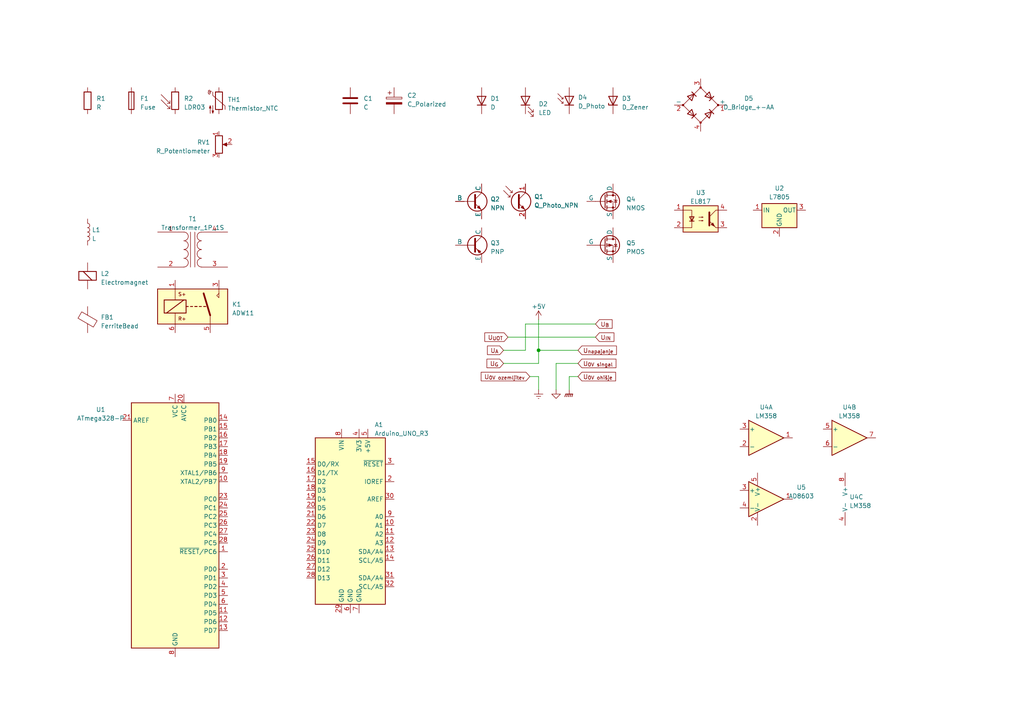
<source format=kicad_sch>
(kicad_sch (version 20230121) (generator eeschema)
  (paper "A4")
  (lib_symbols
    (symbol "Amplifier_Operational:AD8603" (pin_names (offset 0.127))
      (property "Reference" "U" (at 0 5.08 0))
      (property "Value" "AD8603" (at 0 -5.08 0))
      (symbol "AD8603_0_1"
        (polyline (pts (xy -5.08 5.08) (xy 5.08 0) (xy -5.08 -5.08) (xy -5.08 5.08)) (stroke (width 0.254)) (fill (type background)))
        (pin power_in line (at -2.54 -7.62 90) (length 3.81) (name "V-") (number "2"))
        (pin power_in line (at -2.54 7.62 270) (length 3.81) (name "V+") (number "5"))
      )
      (symbol "AD8603_1_1"
        (pin output line (at 7.62 0 180) (length 2.54) (name "~") (number "1"))
        (pin input line (at -7.62 2.54 0) (length 2.54) (name "+") (number "3"))
        (pin input line (at -7.62 -2.54 0) (length 2.54) (name "-") (number "4"))
      )
    )
    (symbol "Amplifier_Operational:LM358" (pin_names (offset 0.127))
      (property "Reference" "U" (at 0 5.08 0))
      (property "Value" "LM358" (at 0 -5.08 0))
      (symbol "LM358_1_1"
        (polyline (pts (xy -5.08 5.08) (xy 5.08 0) (xy -5.08 -5.08) (xy -5.08 5.08)) (stroke (width 0.254)) (fill (type background)))
        (pin output line (at 7.62 0 180) (length 2.54) (name "~") (number "1"))
        (pin input line (at -7.62 -2.54 0) (length 2.54) (name "-") (number "2"))
        (pin input line (at -7.62 2.54 0) (length 2.54) (name "+") (number "3"))
      )
      (symbol "LM358_2_1"
        (polyline (pts (xy -5.08 5.08) (xy 5.08 0) (xy -5.08 -5.08) (xy -5.08 5.08)) (stroke (width 0.254)) (fill (type background)))
        (pin input line (at -7.62 2.54 0) (length 2.54) (name "+") (number "5"))
        (pin input line (at -7.62 -2.54 0) (length 2.54) (name "-") (number "6"))
        (pin output line (at 7.62 0 180) (length 2.54) (name "~") (number "7"))
      )
      (symbol "LM358_3_1"
        (pin power_in line (at -2.54 -7.62 90) (length 3.81) (name "V-") (number "4"))
        (pin power_in line (at -2.54 7.62 270) (length 3.81) (name "V+") (number "8"))
      )
    )
    (symbol "Device:C" (pin_numbers hide) (pin_names (offset 0.254))
      (property "Reference" "C" (at 0.635 2.54 0))
      (property "Value" "C" (at 0.635 -2.54 0))
      (symbol "C_0_1"
        (polyline (pts (xy -2.032 -0.762) (xy 2.032 -0.762)) (stroke (width 0.508)))
        (polyline (pts (xy -2.032 0.762) (xy 2.032 0.762)) (stroke (width 0.508)))
      )
      (symbol "C_1_1"
        (pin passive line (at 0 3.81 270) (length 2.794) (name "~") (number "1"))
        (pin passive line (at 0 -3.81 90) (length 2.794) (name "~") (number "2"))
      )
    )
    (symbol "Device:C_Polarized" (pin_numbers hide) (pin_names (offset 0.254))
      (property "Reference" "C" (at 0.635 2.54 0))
      (property "Value" "C_Polarized" (at 0.635 -2.54 0))
      (symbol "C_Polarized_0_1"
        (rectangle (start -2.286 0.508) (end 2.286 1.016))
        (polyline (pts (xy -1.778 2.286) (xy -0.762 2.286)))
        (polyline (pts (xy -1.27 2.794) (xy -1.27 1.778)))
        (rectangle (start 2.286 -0.508) (end -2.286 -1.016) (fill (type outline)))
      )
      (symbol "C_Polarized_1_1"
        (pin passive line (at 0 3.81 270) (length 2.794) (name "~") (number "1"))
        (pin passive line (at 0 -3.81 90) (length 2.794) (name "~") (number "2"))
      )
    )
    (symbol "Device:D" (pin_numbers hide) (pin_names (offset 1.016) hide)
      (property "Reference" "D" (at 0 2.54 0))
      (property "Value" "D" (at 0 -2.54 0))
      (symbol "D_0_1"
        (polyline (pts (xy -1.27 1.27) (xy -1.27 -1.27)) (stroke (width 0.254)))
        (polyline (pts (xy 1.27 0) (xy -1.27 0)))
        (polyline (pts (xy 1.27 1.27) (xy 1.27 -1.27) (xy -1.27 0) (xy 1.27 1.27)) (stroke (width 0.254)))
      )
      (symbol "D_1_1"
        (pin passive line (at -3.81 0 0) (length 2.54) (name "K") (number "1"))
        (pin passive line (at 3.81 0 180) (length 2.54) (name "A") (number "2"))
      )
    )
    (symbol "Device:D_Bridge_+-AA" (pin_names (offset 0))
      (property "Reference" "D" (at 2.54 6.985 0))
      (property "Value" "D_Bridge_+-AA" (at 2.54 5.08 0))
      (symbol "D_Bridge_+-AA_0_1"
        (circle (center -5.08 0) (radius 0.254) (fill (type outline)))
        (circle (center 0 -5.08) (radius 0.254) (fill (type outline)))
        (polyline (pts (xy -2.54 3.81) (xy -1.27 2.54)) (stroke (width 0.254)))
        (polyline (pts (xy -1.27 -2.54) (xy -2.54 -3.81)) (stroke (width 0.254)))
        (polyline (pts (xy 2.54 -1.27) (xy 3.81 -2.54)) (stroke (width 0.254)))
        (polyline (pts (xy 2.54 1.27) (xy 3.81 2.54)) (stroke (width 0.254)))
        (polyline (pts (xy -3.81 2.54) (xy -2.54 1.27) (xy -1.905 3.175) (xy -3.81 2.54)) (stroke (width 0.254)))
        (polyline (pts (xy -2.54 -1.27) (xy -3.81 -2.54) (xy -1.905 -3.175) (xy -2.54 -1.27)) (stroke (width 0.254)))
        (polyline (pts (xy 1.27 2.54) (xy 2.54 3.81) (xy 3.175 1.905) (xy 1.27 2.54)) (stroke (width 0.254)))
        (polyline (pts (xy 3.175 -1.905) (xy 1.27 -2.54) (xy 2.54 -3.81) (xy 3.175 -1.905)) (stroke (width 0.254)))
        (polyline (pts (xy -5.08 0) (xy 0 -5.08) (xy 5.08 0) (xy 0 5.08) (xy -5.08 0)))
        (circle (center 0 5.08) (radius 0.254) (fill (type outline)))
        (circle (center 5.08 0) (radius 0.254) (fill (type outline)))
      )
      (symbol "D_Bridge_+-AA_1_1"
        (pin passive line (at 7.62 0 180) (length 2.54) (name "+") (number "1"))
        (pin passive line (at -7.62 0 0) (length 2.54) (name "-") (number "2"))
        (pin passive line (at 0 7.62 270) (length 2.54) (name "~") (number "3"))
        (pin passive line (at 0 -7.62 90) (length 2.54) (name "~") (number "4"))
      )
    )
    (symbol "Device:D_Photo" (pin_numbers hide) (pin_names hide)
      (property "Reference" "D" (at 0.508 1.778 0))
      (property "Value" "D_Photo" (at -1.016 -2.794 0))
      (symbol "D_Photo_0_1"
        (polyline (pts (xy -2.54 1.27) (xy -2.54 -1.27)) (stroke (width 0.254)))
        (polyline (pts (xy -2.032 1.778) (xy -1.524 1.778)))
        (polyline (pts (xy 0 0) (xy -2.54 0)))
        (polyline (pts (xy -0.508 3.302) (xy -2.032 1.778) (xy -2.032 2.286)))
        (polyline (pts (xy 0 -1.27) (xy 0 1.27) (xy -2.54 0) (xy 0 -1.27)) (stroke (width 0.254)))
        (polyline (pts (xy 0.762 3.302) (xy -0.762 1.778) (xy -0.762 2.286) (xy -0.762 1.778) (xy -0.254 1.778)))
      )
      (symbol "D_Photo_1_1"
        (pin passive line (at -5.08 0 0) (length 2.54) (name "K") (number "1"))
        (pin passive line (at 2.54 0 180) (length 2.54) (name "A") (number "2"))
      )
    )
    (symbol "Device:D_Zener" (pin_numbers hide) (pin_names (offset 1.016) hide)
      (property "Reference" "D" (at 0 2.54 0))
      (property "Value" "D_Zener" (at 0 -2.54 0))
      (symbol "D_Zener_0_1"
        (polyline (pts (xy 1.27 0) (xy -1.27 0)))
        (polyline (pts (xy -1.27 -1.27) (xy -1.27 1.27) (xy -0.762 1.27)) (stroke (width 0.254)))
        (polyline (pts (xy 1.27 -1.27) (xy 1.27 1.27) (xy -1.27 0) (xy 1.27 -1.27)) (stroke (width 0.254)))
      )
      (symbol "D_Zener_1_1"
        (pin passive line (at -3.81 0 0) (length 2.54) (name "K") (number "1"))
        (pin passive line (at 3.81 0 180) (length 2.54) (name "A") (number "2"))
      )
    )
    (symbol "Device:ElectromagneticActor" (pin_numbers hide) (pin_names (offset 0.0254) hide)
      (property "Reference" "L" (at 1.27 3.81 0))
      (property "Value" "ElectromagneticActor" (at 1.27 -1.27 0))
      (symbol "ElectromagneticActor_0_1"
        (rectangle (start -2.54 2.54) (end 2.54 0) (stroke (width 0.254)))
        (polyline (pts (xy -1.27 2.54) (xy 1.27 0)) (stroke (width 0.254)))
      )
      (symbol "ElectromagneticActor_1_1"
        (pin passive line (at 0 5.08 270) (length 2.54) (name "-") (number "1"))
        (pin passive line (at 0 -2.54 90) (length 2.54) (name "+") (number "2"))
      )
    )
    (symbol "Device:FerriteBead" (pin_numbers hide) (pin_names (offset 0))
      (property "Reference" "FB" (at -3.81 0.635 90))
      (property "Value" "FerriteBead" (at 3.81 0 90))
      (symbol "FerriteBead_0_1"
        (polyline (pts (xy 0 -1.27) (xy 0 -1.2192)))
        (polyline (pts (xy 0 1.27) (xy 0 1.2954)))
        (polyline (pts (xy -2.7686 0.4064) (xy -1.7018 2.2606) (xy 2.7686 -0.3048) (xy 1.6764 -2.159) (xy -2.7686 0.4064)))
      )
      (symbol "FerriteBead_1_1"
        (pin passive line (at 0 3.81 270) (length 2.54) (name "~") (number "1"))
        (pin passive line (at 0 -3.81 90) (length 2.54) (name "~") (number "2"))
      )
    )
    (symbol "Device:Fuse" (pin_numbers hide) (pin_names (offset 0))
      (property "Reference" "F" (at 2.032 0 90))
      (property "Value" "Fuse" (at -1.905 0 90))
      (symbol "Fuse_0_1"
        (rectangle (start -0.762 -2.54) (end 0.762 2.54) (stroke (width 0.254)))
        (polyline (pts (xy 0 2.54) (xy 0 -2.54)))
      )
      (symbol "Fuse_1_1"
        (pin passive line (at 0 3.81 270) (length 1.27) (name "~") (number "1"))
        (pin passive line (at 0 -3.81 90) (length 1.27) (name "~") (number "2"))
      )
    )
    (symbol "Device:L" (pin_numbers hide) (pin_names (offset 1.016) hide)
      (property "Reference" "L" (at -1.27 0 90))
      (property "Value" "L" (at 1.905 0 90))
      (symbol "L_0_1"
        (arc (start 0 -2.54) (mid 0.6323 -1.905) (end 0 -1.27))
        (arc (start 0 -1.27) (mid 0.6323 -0.635) (end 0 0))
        (arc (start 0 0) (mid 0.6323 0.635) (end 0 1.27))
        (arc (start 0 1.27) (mid 0.6323 1.905) (end 0 2.54))
      )
      (symbol "L_1_1"
        (pin passive line (at 0 3.81 270) (length 1.27) (name "1") (number "1"))
        (pin passive line (at 0 -3.81 90) (length 1.27) (name "2") (number "2"))
      )
    )
    (symbol "Device:LED" (pin_numbers hide) (pin_names (offset 1.016) hide)
      (property "Reference" "D" (at 0 2.54 0))
      (property "Value" "LED" (at 0 -2.54 0))
      (symbol "LED_0_1"
        (polyline (pts (xy -1.27 -1.27) (xy -1.27 1.27)) (stroke (width 0.254)))
        (polyline (pts (xy -1.27 0) (xy 1.27 0)))
        (polyline (pts (xy 1.27 -1.27) (xy 1.27 1.27) (xy -1.27 0) (xy 1.27 -1.27)) (stroke (width 0.254)))
        (polyline (pts (xy -3.048 -0.762) (xy -4.572 -2.286) (xy -3.81 -2.286) (xy -4.572 -2.286) (xy -4.572 -1.524)))
        (polyline (pts (xy -1.778 -0.762) (xy -3.302 -2.286) (xy -2.54 -2.286) (xy -3.302 -2.286) (xy -3.302 -1.524)))
      )
      (symbol "LED_1_1"
        (pin passive line (at -3.81 0 0) (length 2.54) (name "K") (number "1"))
        (pin passive line (at 3.81 0 180) (length 2.54) (name "A") (number "2"))
      )
    )
    (symbol "Device:Q_Photo_NPN" (pin_names (offset 0) hide)
      (property "Reference" "Q" (at 5.08 1.27 0))
      (property "Value" "Q_Photo_NPN" (at 5.08 -1.27 0))
      (symbol "Q_Photo_NPN_0_1"
        (polyline (pts (xy -1.905 1.27) (xy -2.54 1.27)))
        (polyline (pts (xy -1.27 2.54) (xy -1.905 2.54)))
        (polyline (pts (xy 0.635 0.635) (xy 2.54 2.54)))
        (polyline (pts (xy -3.81 3.175) (xy -1.905 1.27) (xy -1.905 1.905)))
        (polyline (pts (xy -3.175 4.445) (xy -1.27 2.54) (xy -1.27 3.175)))
        (polyline (pts (xy 0.635 -0.635) (xy 2.54 -2.54) (xy 2.54 -2.54)))
        (polyline (pts (xy 0.635 1.905) (xy 0.635 -1.905) (xy 0.635 -1.905)) (stroke (width 0.508)))
        (polyline (pts (xy 1.27 -1.778) (xy 1.778 -1.27) (xy 2.286 -2.286) (xy 1.27 -1.778) (xy 1.27 -1.778)) (fill (type outline)))
        (circle (center 1.27 0) (radius 2.8194) (stroke (width 0.254)))
      )
      (symbol "Q_Photo_NPN_1_1"
        (pin passive line (at 2.54 5.08 270) (length 2.54) (name "C") (number "1"))
        (pin passive line (at 2.54 -5.08 90) (length 2.54) (name "E") (number "2"))
      )
    )
    (symbol "Device:R" (pin_numbers hide) (pin_names (offset 0))
      (property "Reference" "R" (at 2.032 0 90))
      (property "Value" "R" (at 0 0 90))
      (symbol "R_0_1"
        (rectangle (start -1.016 -2.54) (end 1.016 2.54) (stroke (width 0.254)))
      )
      (symbol "R_1_1"
        (pin passive line (at 0 3.81 270) (length 1.27) (name "~") (number "1"))
        (pin passive line (at 0 -3.81 90) (length 1.27) (name "~") (number "2"))
      )
    )
    (symbol "Device:R_Potentiometer" (pin_names (offset 1.016) hide)
      (property "Reference" "RV" (at -4.445 0 90))
      (property "Value" "R_Potentiometer" (at -2.54 0 90))
      (symbol "R_Potentiometer_0_1"
        (polyline (pts (xy 2.54 0) (xy 1.524 0)))
        (polyline (pts (xy 1.143 0) (xy 2.286 0.508) (xy 2.286 -0.508) (xy 1.143 0)) (fill (type outline)))
        (rectangle (start 1.016 2.54) (end -1.016 -2.54) (stroke (width 0.254)))
      )
      (symbol "R_Potentiometer_1_1"
        (pin passive line (at 0 3.81 270) (length 1.27) (name "1") (number "1"))
        (pin passive line (at 3.81 0 180) (length 1.27) (name "2") (number "2"))
        (pin passive line (at 0 -3.81 90) (length 1.27) (name "3") (number "3"))
      )
    )
    (symbol "Device:Thermistor_NTC" (pin_numbers hide) (pin_names (offset 0))
      (property "Reference" "TH" (at -4.445 0 90))
      (property "Value" "Thermistor_NTC" (at 3.175 0 90))
      (symbol "Thermistor_NTC_0_1"
        (arc (start -3.048 2.159) (mid -3.0495 2.3143) (end -3.175 2.413))
        (arc (start -3.048 2.159) (mid -2.9736 1.9794) (end -2.794 1.905))
        (arc (start -3.048 2.794) (mid -2.9736 2.6144) (end -2.794 2.54))
        (arc (start -2.794 1.905) (mid -2.6144 1.9794) (end -2.54 2.159))
        (arc (start -2.794 2.54) (mid -2.4393 2.5587) (end -2.159 2.794))
        (arc (start -2.794 3.048) (mid -2.9736 2.9736) (end -3.048 2.794))
        (arc (start -2.54 2.794) (mid -2.6144 2.9736) (end -2.794 3.048))
        (rectangle (start -1.016 2.54) (end 1.016 -2.54) (stroke (width 0.254)))
        (polyline (pts (xy -2.54 2.159) (xy -2.54 2.794)))
        (polyline (pts (xy -1.778 2.54) (xy -1.778 1.524) (xy 1.778 -1.524) (xy 1.778 -2.54)))
        (polyline (pts (xy -2.54 -3.683) (xy -2.54 -1.397) (xy -2.794 -2.159) (xy -2.286 -2.159) (xy -2.54 -1.397) (xy -2.54 -1.651)) (fill (type outline)))
        (polyline (pts (xy -1.778 -1.397) (xy -1.778 -3.683) (xy -2.032 -2.921) (xy -1.524 -2.921) (xy -1.778 -3.683) (xy -1.778 -3.429)) (fill (type outline)))
      )
      (symbol "Thermistor_NTC_1_1"
        (pin passive line (at 0 3.81 270) (length 1.27) (name "~") (number "1"))
        (pin passive line (at 0 -3.81 90) (length 1.27) (name "~") (number "2"))
      )
    )
    (symbol "Device:Transformer_1P_1S" (pin_names (offset 1.016) hide)
      (property "Reference" "T" (at 0 6.35 0))
      (property "Value" "Transformer_1P_1S" (at 0 -7.62 0))
      (symbol "Transformer_1P_1S_0_1"
        (arc (start -2.54 -5.0546) (mid -1.6599 -4.6901) (end -1.27 -3.81))
        (arc (start -2.54 -2.5146) (mid -1.6599 -2.1501) (end -1.27 -1.27))
        (arc (start -2.54 0.0254) (mid -1.6599 0.3899) (end -1.27 1.27))
        (arc (start -2.54 2.5654) (mid -1.6599 2.9299) (end -1.27 3.81))
        (arc (start -1.27 -3.81) (mid -1.642 -2.912) (end -2.54 -2.54))
        (arc (start -1.27 -1.27) (mid -1.642 -0.372) (end -2.54 0))
        (arc (start -1.27 1.27) (mid -1.642 2.168) (end -2.54 2.54))
        (arc (start -1.27 3.81) (mid -1.642 4.708) (end -2.54 5.08))
        (polyline (pts (xy -0.635 5.08) (xy -0.635 -5.08)))
        (polyline (pts (xy 0.635 -5.08) (xy 0.635 5.08)))
        (arc (start 1.2954 -1.27) (mid 1.6599 -2.1501) (end 2.54 -2.5146))
        (arc (start 1.2954 1.27) (mid 1.6599 0.3899) (end 2.54 0.0254))
        (arc (start 1.2954 3.81) (mid 1.6599 2.9299) (end 2.54 2.5654))
        (arc (start 1.3208 -3.81) (mid 1.6853 -4.6901) (end 2.5654 -5.0546))
        (arc (start 2.54 0) (mid 1.642 -0.372) (end 1.2954 -1.27))
        (arc (start 2.54 2.54) (mid 1.642 2.168) (end 1.2954 1.27))
        (arc (start 2.54 5.08) (mid 1.642 4.708) (end 1.2954 3.81))
        (arc (start 2.5654 -2.54) (mid 1.6674 -2.912) (end 1.3208 -3.81))
      )
      (symbol "Transformer_1P_1S_1_1"
        (pin passive line (at -10.16 5.08 0) (length 7.62) (name "AA") (number "1"))
        (pin passive line (at -10.16 -5.08 0) (length 7.62) (name "AB") (number "2"))
        (pin passive line (at 10.16 -5.08 180) (length 7.62) (name "SA") (number "3"))
        (pin passive line (at 10.16 5.08 180) (length 7.62) (name "SB") (number "4"))
      )
    )
    (symbol "Isolator:EL817" (pin_names (offset 1.016))
      (property "Reference" "U" (at -5.08 5.08 0))
      (property "Value" "EL817" (at 0 5.08 0))
      (symbol "EL817_0_1"
        (rectangle (start -5.08 3.81) (end 5.08 -3.81) (stroke (width 0.254)) (fill (type background)))
        (polyline (pts (xy -3.175 -0.635) (xy -1.905 -0.635)) (stroke (width 0.254)))
        (polyline (pts (xy 2.54 0.635) (xy 4.445 2.54)))
        (polyline (pts (xy 4.445 -2.54) (xy 2.54 -0.635)) (fill (type outline)))
        (polyline (pts (xy 4.445 -2.54) (xy 5.08 -2.54)))
        (polyline (pts (xy 4.445 2.54) (xy 5.08 2.54)))
        (polyline (pts (xy -5.08 2.54) (xy -2.54 2.54) (xy -2.54 -0.635)))
        (polyline (pts (xy -2.54 -0.635) (xy -2.54 -2.54) (xy -5.08 -2.54)))
        (polyline (pts (xy 2.54 1.905) (xy 2.54 -1.905) (xy 2.54 -1.905)) (stroke (width 0.508)))
        (polyline (pts (xy -2.54 -0.635) (xy -3.175 0.635) (xy -1.905 0.635) (xy -2.54 -0.635)) (stroke (width 0.254)))
        (polyline (pts (xy -0.508 -0.508) (xy 0.762 -0.508) (xy 0.381 -0.635) (xy 0.381 -0.381) (xy 0.762 -0.508)))
        (polyline (pts (xy -0.508 0.508) (xy 0.762 0.508) (xy 0.381 0.381) (xy 0.381 0.635) (xy 0.762 0.508)))
        (polyline (pts (xy 3.048 -1.651) (xy 3.556 -1.143) (xy 4.064 -2.159) (xy 3.048 -1.651) (xy 3.048 -1.651)) (fill (type outline)))
      )
      (symbol "EL817_1_1"
        (pin passive line (at -7.62 2.54 0) (length 2.54) (name "~") (number "1"))
        (pin passive line (at -7.62 -2.54 0) (length 2.54) (name "~") (number "2"))
        (pin passive line (at 7.62 -2.54 180) (length 2.54) (name "~") (number "3"))
        (pin passive line (at 7.62 2.54 180) (length 2.54) (name "~") (number "4"))
      )
    )
    (symbol "MCU_Microchip_ATmega:ATmega328-P"
      (property "Reference" "U" (at -12.7 36.83 0))
      (property "Value" "ATmega328-P" (at 2.54 -36.83 0))
      (symbol "ATmega328-P_0_1"
        (rectangle (start -12.7 -35.56) (end 12.7 35.56) (stroke (width 0.254)) (fill (type background)))
      )
      (symbol "ATmega328-P_1_1"
        (pin bidirectional line (at 15.24 -7.62 180) (length 2.54) (name "~{RESET}/PC6") (number "1"))
        (pin bidirectional line (at 15.24 12.7 180) (length 2.54) (name "XTAL2/PB7") (number "10"))
        (pin bidirectional line (at 15.24 -25.4 180) (length 2.54) (name "PD5") (number "11"))
        (pin bidirectional line (at 15.24 -27.94 180) (length 2.54) (name "PD6") (number "12"))
        (pin bidirectional line (at 15.24 -30.48 180) (length 2.54) (name "PD7") (number "13"))
        (pin bidirectional line (at 15.24 30.48 180) (length 2.54) (name "PB0") (number "14"))
        (pin bidirectional line (at 15.24 27.94 180) (length 2.54) (name "PB1") (number "15"))
        (pin bidirectional line (at 15.24 25.4 180) (length 2.54) (name "PB2") (number "16"))
        (pin bidirectional line (at 15.24 22.86 180) (length 2.54) (name "PB3") (number "17"))
        (pin bidirectional line (at 15.24 20.32 180) (length 2.54) (name "PB4") (number "18"))
        (pin bidirectional line (at 15.24 17.78 180) (length 2.54) (name "PB5") (number "19"))
        (pin bidirectional line (at 15.24 -12.7 180) (length 2.54) (name "PD0") (number "2"))
        (pin power_in line (at 2.54 38.1 270) (length 2.54) (name "AVCC") (number "20"))
        (pin passive line (at -15.24 30.48 0) (length 2.54) (name "AREF") (number "21"))
        (pin passive line (at 0 -38.1 90) (length 2.54) hide (name "GND") (number "22"))
        (pin bidirectional line (at 15.24 7.62 180) (length 2.54) (name "PC0") (number "23"))
        (pin bidirectional line (at 15.24 5.08 180) (length 2.54) (name "PC1") (number "24"))
        (pin bidirectional line (at 15.24 2.54 180) (length 2.54) (name "PC2") (number "25"))
        (pin bidirectional line (at 15.24 0 180) (length 2.54) (name "PC3") (number "26"))
        (pin bidirectional line (at 15.24 -2.54 180) (length 2.54) (name "PC4") (number "27"))
        (pin bidirectional line (at 15.24 -5.08 180) (length 2.54) (name "PC5") (number "28"))
        (pin bidirectional line (at 15.24 -15.24 180) (length 2.54) (name "PD1") (number "3"))
        (pin bidirectional line (at 15.24 -17.78 180) (length 2.54) (name "PD2") (number "4"))
        (pin bidirectional line (at 15.24 -20.32 180) (length 2.54) (name "PD3") (number "5"))
        (pin bidirectional line (at 15.24 -22.86 180) (length 2.54) (name "PD4") (number "6"))
        (pin power_in line (at 0 38.1 270) (length 2.54) (name "VCC") (number "7"))
        (pin power_in line (at 0 -38.1 90) (length 2.54) (name "GND") (number "8"))
        (pin bidirectional line (at 15.24 15.24 180) (length 2.54) (name "XTAL1/PB6") (number "9"))
      )
    )
    (symbol "MCU_Module:Arduino_UNO_R3"
      (property "Reference" "A" (at -10.16 23.495 0))
      (property "Value" "Arduino_UNO_R3" (at 5.08 -26.67 0))
      (symbol "Arduino_UNO_R3_0_1"
        (rectangle (start -10.16 22.86) (end 10.16 -25.4) (stroke (width 0.254)) (fill (type background)))
      )
      (symbol "Arduino_UNO_R3_1_1"
        (pin no_connect line (at -10.16 -20.32 0) (length 2.54) hide (name "NC") (number "1"))
        (pin bidirectional line (at 12.7 -2.54 180) (length 2.54) (name "A1") (number "10"))
        (pin bidirectional line (at 12.7 -5.08 180) (length 2.54) (name "A2") (number "11"))
        (pin bidirectional line (at 12.7 -7.62 180) (length 2.54) (name "A3") (number "12"))
        (pin bidirectional line (at 12.7 -10.16 180) (length 2.54) (name "SDA/A4") (number "13"))
        (pin bidirectional line (at 12.7 -12.7 180) (length 2.54) (name "SCL/A5") (number "14"))
        (pin bidirectional line (at -12.7 15.24 0) (length 2.54) (name "D0/RX") (number "15"))
        (pin bidirectional line (at -12.7 12.7 0) (length 2.54) (name "D1/TX") (number "16"))
        (pin bidirectional line (at -12.7 10.16 0) (length 2.54) (name "D2") (number "17"))
        (pin bidirectional line (at -12.7 7.62 0) (length 2.54) (name "D3") (number "18"))
        (pin bidirectional line (at -12.7 5.08 0) (length 2.54) (name "D4") (number "19"))
        (pin output line (at 12.7 10.16 180) (length 2.54) (name "IOREF") (number "2"))
        (pin bidirectional line (at -12.7 2.54 0) (length 2.54) (name "D5") (number "20"))
        (pin bidirectional line (at -12.7 0 0) (length 2.54) (name "D6") (number "21"))
        (pin bidirectional line (at -12.7 -2.54 0) (length 2.54) (name "D7") (number "22"))
        (pin bidirectional line (at -12.7 -5.08 0) (length 2.54) (name "D8") (number "23"))
        (pin bidirectional line (at -12.7 -7.62 0) (length 2.54) (name "D9") (number "24"))
        (pin bidirectional line (at -12.7 -10.16 0) (length 2.54) (name "D10") (number "25"))
        (pin bidirectional line (at -12.7 -12.7 0) (length 2.54) (name "D11") (number "26"))
        (pin bidirectional line (at -12.7 -15.24 0) (length 2.54) (name "D12") (number "27"))
        (pin bidirectional line (at -12.7 -17.78 0) (length 2.54) (name "D13") (number "28"))
        (pin power_in line (at -2.54 -27.94 90) (length 2.54) (name "GND") (number "29"))
        (pin input line (at 12.7 15.24 180) (length 2.54) (name "~{RESET}") (number "3"))
        (pin input line (at 12.7 5.08 180) (length 2.54) (name "AREF") (number "30"))
        (pin bidirectional line (at 12.7 -17.78 180) (length 2.54) (name "SDA/A4") (number "31"))
        (pin bidirectional line (at 12.7 -20.32 180) (length 2.54) (name "SCL/A5") (number "32"))
        (pin power_out line (at 2.54 25.4 270) (length 2.54) (name "3V3") (number "4"))
        (pin power_out line (at 5.08 25.4 270) (length 2.54) (name "+5V") (number "5"))
        (pin power_in line (at 0 -27.94 90) (length 2.54) (name "GND") (number "6"))
        (pin power_in line (at 2.54 -27.94 90) (length 2.54) (name "GND") (number "7"))
        (pin power_in line (at -2.54 25.4 270) (length 2.54) (name "VIN") (number "8"))
        (pin bidirectional line (at 12.7 0 180) (length 2.54) (name "A0") (number "9"))
      )
    )
    (symbol "Regulator_Linear:L7805" (pin_names (offset 0.254))
      (property "Reference" "U" (at -3.81 3.175 0))
      (property "Value" "L7805" (at 0 3.175 0))
      (symbol "L7805_0_1"
        (rectangle (start -5.08 1.905) (end 5.08 -5.08) (stroke (width 0.254)) (fill (type background)))
      )
      (symbol "L7805_1_1"
        (pin power_in line (at -7.62 0 0) (length 2.54) (name "IN") (number "1"))
        (pin power_in line (at 0 -7.62 90) (length 2.54) (name "GND") (number "2"))
        (pin power_out line (at 7.62 0 180) (length 2.54) (name "OUT") (number "3"))
      )
    )
    (symbol "Relay:ADW11"
      (property "Reference" "K" (at 11.43 3.81 0))
      (property "Value" "ADW11" (at 13.97 1.27 0))
      (symbol "ADW11_1_1"
        (rectangle (start -10.16 5.08) (end 10.16 -5.08) (stroke (width 0.254)) (fill (type background)))
        (rectangle (start -8.255 1.905) (end -1.905 -1.905) (stroke (width 0.254)))
        (polyline (pts (xy -7.62 -1.905) (xy -2.54 1.905)) (stroke (width 0.254)))
        (polyline (pts (xy -5.08 -5.08) (xy -5.08 -1.905)))
        (polyline (pts (xy -5.08 5.08) (xy -5.08 1.905)))
        (polyline (pts (xy -1.905 0) (xy -1.27 0)) (stroke (width 0.254)))
        (polyline (pts (xy -0.635 0) (xy 0 0)) (stroke (width 0.254)))
        (polyline (pts (xy 0.635 0) (xy 1.27 0)) (stroke (width 0.254)))
        (polyline (pts (xy 0.635 0) (xy 1.27 0)) (stroke (width 0.254)))
        (polyline (pts (xy 1.905 0) (xy 2.54 0)) (stroke (width 0.254)))
        (polyline (pts (xy 3.175 0) (xy 3.81 0)) (stroke (width 0.254)))
        (polyline (pts (xy 5.08 -2.54) (xy 3.175 3.81)) (stroke (width 0.508)))
        (polyline (pts (xy 5.08 -2.54) (xy 5.08 -5.08)))
        (polyline (pts (xy 7.62 3.81) (xy 7.62 5.08)))
        (polyline (pts (xy 7.62 3.81) (xy 7.62 2.54) (xy 6.985 3.175) (xy 7.62 3.81)))
        (text "R+" (at -3.048 -3.556 0) (effects (font (size 1.016 1.016))))
        (text "S+" (at -3.048 3.556 0) (effects (font (size 1.016 1.016))))
        (pin passive line (at -5.08 7.62 270) (length 2.54) (name "~") (number "1"))
        (pin passive line (at 7.62 7.62 270) (length 2.54) (name "~") (number "3"))
        (pin passive line (at 5.08 -7.62 90) (length 2.54) (name "~") (number "5"))
        (pin passive line (at -5.08 -7.62 90) (length 2.54) (name "~") (number "6"))
      )
    )
    (symbol "Sensor_Optical:LDR03" (pin_numbers hide) (pin_names (offset 0))
      (property "Reference" "R" (at -5.08 0 90))
      (property "Value" "LDR03" (at 1.905 0 90))
      (symbol "LDR03_0_1"
        (rectangle (start -1.016 2.54) (end 1.016 -2.54) (stroke (width 0.254)))
        (polyline (pts (xy -1.524 -2.286) (xy -4.064 0.254)))
        (polyline (pts (xy -1.524 -2.286) (xy -2.286 -2.286)))
        (polyline (pts (xy -1.524 -2.286) (xy -1.524 -1.524)))
        (polyline (pts (xy -1.524 -0.762) (xy -4.064 1.778)))
        (polyline (pts (xy -1.524 -0.762) (xy -2.286 -0.762)))
        (polyline (pts (xy -1.524 -0.762) (xy -1.524 0)))
      )
      (symbol "LDR03_1_1"
        (pin passive line (at 0 3.81 270) (length 1.27) (name "~") (number "1"))
        (pin passive line (at 0 -3.81 90) (length 1.27) (name "~") (number "2"))
      )
    )
    (symbol "Simulation_SPICE:NMOS" (pin_numbers hide) (pin_names (offset 0))
      (property "Reference" "Q" (at 5.08 1.27 0))
      (property "Value" "NMOS" (at 5.08 -1.27 0))
      (symbol "NMOS_0_1"
        (polyline (pts (xy 0.254 0) (xy -2.54 0)))
        (polyline (pts (xy 0.254 1.905) (xy 0.254 -1.905)) (stroke (width 0.254)))
        (polyline (pts (xy 0.762 -1.27) (xy 0.762 -2.286)) (stroke (width 0.254)))
        (polyline (pts (xy 0.762 0.508) (xy 0.762 -0.508)) (stroke (width 0.254)))
        (polyline (pts (xy 0.762 2.286) (xy 0.762 1.27)) (stroke (width 0.254)))
        (polyline (pts (xy 2.54 2.54) (xy 2.54 1.778)))
        (polyline (pts (xy 2.54 -2.54) (xy 2.54 0) (xy 0.762 0)))
        (polyline (pts (xy 0.762 -1.778) (xy 3.302 -1.778) (xy 3.302 1.778) (xy 0.762 1.778)))
        (polyline (pts (xy 1.016 0) (xy 2.032 0.381) (xy 2.032 -0.381) (xy 1.016 0)) (fill (type outline)))
        (polyline (pts (xy 2.794 0.508) (xy 2.921 0.381) (xy 3.683 0.381) (xy 3.81 0.254)))
        (polyline (pts (xy 3.302 0.381) (xy 2.921 -0.254) (xy 3.683 -0.254) (xy 3.302 0.381)))
        (circle (center 1.651 0) (radius 2.794) (stroke (width 0.254)))
        (circle (center 2.54 -1.778) (radius 0.254) (fill (type outline)))
        (circle (center 2.54 1.778) (radius 0.254) (fill (type outline)))
      )
      (symbol "NMOS_1_1"
        (pin passive line (at 2.54 5.08 270) (length 2.54) (name "D") (number "1"))
        (pin input line (at -5.08 0 0) (length 2.54) (name "G") (number "2"))
        (pin passive line (at 2.54 -5.08 90) (length 2.54) (name "S") (number "3"))
      )
    )
    (symbol "Simulation_SPICE:NPN" (pin_numbers hide) (pin_names (offset 0))
      (property "Reference" "Q" (at -2.54 7.62 0))
      (property "Value" "NPN" (at -2.54 5.08 0))
      (symbol "NPN_0_1"
        (polyline (pts (xy -2.54 0) (xy 0.635 0)) (stroke (width 0.1524)))
        (polyline (pts (xy 0.635 0.635) (xy 2.54 2.54)))
        (polyline (pts (xy 2.794 -1.27) (xy 2.794 -1.27)) (stroke (width 0.1524)))
        (polyline (pts (xy 2.794 -1.27) (xy 2.794 -1.27)) (stroke (width 0.1524)))
        (polyline (pts (xy 0.635 -0.635) (xy 2.54 -2.54) (xy 2.54 -2.54)))
        (polyline (pts (xy 0.635 1.905) (xy 0.635 -1.905) (xy 0.635 -1.905)) (stroke (width 0.508)))
        (polyline (pts (xy 1.27 -1.778) (xy 1.778 -1.27) (xy 2.286 -2.286) (xy 1.27 -1.778) (xy 1.27 -1.778)) (fill (type outline)))
        (circle (center 1.27 0) (radius 2.8194) (stroke (width 0.254)))
      )
      (symbol "NPN_1_1"
        (pin open_collector line (at 2.54 5.08 270) (length 2.54) (name "C") (number "1"))
        (pin input line (at -5.08 0 0) (length 2.54) (name "B") (number "2"))
        (pin open_emitter line (at 2.54 -5.08 90) (length 2.54) (name "E") (number "3"))
      )
    )
    (symbol "Simulation_SPICE:PMOS" (pin_numbers hide) (pin_names (offset 0))
      (property "Reference" "Q" (at 5.08 1.27 0))
      (property "Value" "PMOS" (at 5.08 -1.27 0))
      (symbol "PMOS_0_1"
        (polyline (pts (xy 0.254 0) (xy -2.54 0)))
        (polyline (pts (xy 0.254 1.905) (xy 0.254 -1.905)) (stroke (width 0.254)))
        (polyline (pts (xy 0.762 -1.27) (xy 0.762 -2.286)) (stroke (width 0.254)))
        (polyline (pts (xy 0.762 0.508) (xy 0.762 -0.508)) (stroke (width 0.254)))
        (polyline (pts (xy 0.762 2.286) (xy 0.762 1.27)) (stroke (width 0.254)))
        (polyline (pts (xy 2.54 2.54) (xy 2.54 1.778)))
        (polyline (pts (xy 2.54 -2.54) (xy 2.54 0) (xy 0.762 0)))
        (polyline (pts (xy 0.762 1.778) (xy 3.302 1.778) (xy 3.302 -1.778) (xy 0.762 -1.778)))
        (polyline (pts (xy 2.286 0) (xy 1.27 0.381) (xy 1.27 -0.381) (xy 2.286 0)) (fill (type outline)))
        (polyline (pts (xy 2.794 -0.508) (xy 2.921 -0.381) (xy 3.683 -0.381) (xy 3.81 -0.254)))
        (polyline (pts (xy 3.302 -0.381) (xy 2.921 0.254) (xy 3.683 0.254) (xy 3.302 -0.381)))
        (circle (center 1.651 0) (radius 2.794) (stroke (width 0.254)))
        (circle (center 2.54 -1.778) (radius 0.254) (fill (type outline)))
        (circle (center 2.54 1.778) (radius 0.254) (fill (type outline)))
      )
      (symbol "PMOS_1_1"
        (pin passive line (at 2.54 5.08 270) (length 2.54) (name "D") (number "1"))
        (pin input line (at -5.08 0 0) (length 2.54) (name "G") (number "2"))
        (pin passive line (at 2.54 -5.08 90) (length 2.54) (name "S") (number "3"))
      )
    )
    (symbol "Simulation_SPICE:PNP" (pin_numbers hide) (pin_names (offset 0))
      (property "Reference" "Q" (at -2.54 7.62 0))
      (property "Value" "PNP" (at -2.54 5.08 0))
      (symbol "PNP_0_1"
        (polyline (pts (xy -2.54 0) (xy 0.635 0)) (stroke (width 0.1524)))
        (polyline (pts (xy 0.635 0.635) (xy 2.54 2.54)))
        (polyline (pts (xy 0.635 -0.635) (xy 2.54 -2.54) (xy 2.54 -2.54)))
        (polyline (pts (xy 0.635 1.905) (xy 0.635 -1.905) (xy 0.635 -1.905)) (stroke (width 0.508)))
        (polyline (pts (xy 2.286 -1.778) (xy 1.778 -2.286) (xy 1.27 -1.27) (xy 2.286 -1.778) (xy 2.286 -1.778)) (fill (type outline)))
        (circle (center 1.27 0) (radius 2.8194) (stroke (width 0.254)))
      )
      (symbol "PNP_1_1"
        (pin open_collector line (at 2.54 5.08 270) (length 2.54) (name "C") (number "1"))
        (pin input line (at -5.08 0 0) (length 2.54) (name "B") (number "2"))
        (pin open_emitter line (at 2.54 -5.08 90) (length 2.54) (name "E") (number "3"))
      )
    )
    (symbol "power:+5V" (power) (pin_names (offset 0))
      (property "Value" "+5V" (at 0 3.556 0))
      (symbol "+5V_0_1"
        (polyline (pts (xy -0.762 1.27) (xy 0 2.54)))
        (polyline (pts (xy 0 0) (xy 0 2.54)))
        (polyline (pts (xy 0 2.54) (xy 0.762 1.27)))
      )
      (symbol "+5V_1_1"
        (pin power_in line (at 0 0 90) (length 0) hide (name "+5V") (number "1"))
      )
    )
    (symbol "power:Earth" (power) (pin_names (offset 0))
      (symbol "Earth_0_1"
        (polyline (pts (xy -0.635 -1.905) (xy 0.635 -1.905)))
        (polyline (pts (xy -0.127 -2.54) (xy 0.127 -2.54)))
        (polyline (pts (xy 0 -1.27) (xy 0 0)))
        (polyline (pts (xy 1.27 -1.27) (xy -1.27 -1.27)))
      )
      (symbol "Earth_1_1"
        (pin power_in line (at 0 0 270) (length 0) hide (name "Earth") (number "1"))
      )
    )
    (symbol "power:GND" (power) (pin_names (offset 0))
      (property "Value" "GND" (at 0 -3.81 0))
      (symbol "GND_0_1"
        (polyline (pts (xy 0 0) (xy 0 -1.27) (xy 1.27 -1.27) (xy 0 -2.54) (xy -1.27 -1.27) (xy 0 -1.27)))
      )
      (symbol "GND_1_1"
        (pin power_in line (at 0 0 270) (length 0) hide (name "GND") (number "1"))
      )
    )
    (symbol "power:GNDPWR" (power) (pin_names (offset 0))
      (property "Value" "GNDPWR" (at 0 -3.302 0))
      (symbol "GNDPWR_0_1"
        (polyline (pts (xy 0 -1.27) (xy 0 0)))
        (polyline (pts (xy -1.016 -1.27) (xy -1.27 -2.032) (xy -1.27 -2.032)) (stroke (width 0.2032)))
        (polyline (pts (xy -0.508 -1.27) (xy -0.762 -2.032) (xy -0.762 -2.032)) (stroke (width 0.2032)))
        (polyline (pts (xy 0 -1.27) (xy -0.254 -2.032) (xy -0.254 -2.032)) (stroke (width 0.2032)))
        (polyline (pts (xy 0.508 -1.27) (xy 0.254 -2.032) (xy 0.254 -2.032)) (stroke (width 0.2032)))
        (polyline (pts (xy 1.016 -1.27) (xy -1.016 -1.27) (xy -1.016 -1.27)) (stroke (width 0.2032)))
        (polyline (pts (xy 1.016 -1.27) (xy 0.762 -2.032) (xy 0.762 -2.032) (xy 0.762 -2.032)) (stroke (width 0.2032)))
      )
      (symbol "GNDPWR_1_1"
        (pin power_in line (at 0 0 270) (length 0) hide (name "GNDPWR") (number "1"))
      )
    )
  )
  (junction (at 156.21 101.6))
  (no_connect (at -8.89 97.79))
  (wire (pts (xy 161.29 113.03) (xy 161.29 105.41)))
  (wire (pts (xy 146.05 105.41) (xy 156.21 105.41)))
  (wire (pts (xy 147.32 97.79) (xy 172.72 97.79)))
  (wire (pts (xy 165.1 113.03) (xy 165.1 109.22)))
  (wire (pts (xy 152.4 93.98) (xy 152.4 101.6)))
  (wire (pts (xy 156.21 105.41) (xy 156.21 101.6)))
  (wire (pts (xy 156.21 109.22) (xy 153.67 109.22)))
  (wire (pts (xy 161.29 105.41) (xy 167.64 105.41)))
  (wire (pts (xy 156.21 101.6) (xy 167.64 101.6)))
  (wire (pts (xy 156.21 113.03) (xy 156.21 109.22)))
  (wire (pts (xy 152.4 101.6) (xy 146.05 101.6)))
  (wire (pts (xy 172.72 93.98) (xy 152.4 93.98)))
  (wire (pts (xy 156.21 101.6) (xy 156.21 92.71)))
  (wire (pts (xy 165.1 109.22) (xy 167.64 109.22)))
  (global_label "U_{0V ozemljitev}" (shape input) (at 153.67 109.22 180) (property "Intersheetrefs" "${INTERSHEET_REFS}" (effects hide)))
  (global_label "U_{napajanje}" (shape input) (at 167.64 101.6 0) (property "Intersheetrefs" "${INTERSHEET_REFS}" (effects hide)))
  (global_label "U_{A}" (shape input) (at 146.05 101.6 180) (property "Intersheetrefs" "${INTERSHEET_REFS}" (effects hide)))
  (global_label "U_{B}" (shape input) (at 172.72 93.98 0) (property "Intersheetrefs" "${INTERSHEET_REFS}" (effects hide)))
  (global_label "U_{G}" (shape input) (at 146.05 105.41 180) (property "Intersheetrefs" "${INTERSHEET_REFS}" (effects hide)))
  (global_label "U_{IN}" (shape input) (at 172.72 97.79 0) (property "Intersheetrefs" "${INTERSHEET_REFS}" (effects hide)))
  (global_label "U_{0V ohišje}" (shape input) (at 167.64 109.22 0) (property "Intersheetrefs" "${INTERSHEET_REFS}" (effects hide)))
  (global_label "U_{UOT}" (shape input) (at 147.32 97.79 180) (property "Intersheetrefs" "${INTERSHEET_REFS}" (effects hide)))
  (global_label "U_{0V singal}" (shape input) (at 167.64 105.41 0) (property "Intersheetrefs" "${INTERSHEET_REFS}" (effects hide)))
  (symbol (lib_id "Amplifier_Operational:LM358") (at 247.65 144.78 0) (unit 3)
    (property "Reference" "U4" (at 246.38 144.145 0) (effects (justify left)))
    (property "Value" "LM358" (at 246.38 146.685 0) (effects (justify left)))
    (property "Datasheet" "http://www.ti.com/lit/ds/symlink/lm2904-n.pdf" (effects hide))
  )
  (symbol (lib_id "power:+5V") (at 156.21 92.71 0) (unit 1)
    (property "Reference" "#PWR01" (effects hide))
    (property "Value" "+5V" (at 156.21 88.9 0))
  )
  (symbol (lib_id "Device:D_Photo") (at 165.1 27.94 90) (unit 1)
    (property "Reference" "D4" (at 167.64 28.2575 90) (effects (justify right)))
    (property "Value" "D_Photo" (at 167.64 30.7975 90) (effects (justify right)))
  )
  (symbol (lib_id "Device:Fuse") (at 38.1 29.21 0) (unit 1)
    (property "Reference" "F1" (at 40.64 28.575 0) (effects (justify left)))
    (property "Value" "Fuse" (at 40.64 31.115 0) (effects (justify left)))
  )
  (symbol (lib_id "Simulation_SPICE:PMOS") (at 175.26 71.12 0) (unit 1)
    (property "Reference" "Q5" (at 181.61 70.485 0) (effects (justify left)))
    (property "Value" "PMOS" (at 181.61 73.025 0) (effects (justify left)))
    (property "Datasheet" "https://ngspice.sourceforge.io/docs/ngspice-manual.pdf" (effects hide))
    (property "Sim.Device" "PMOS" (effects hide))
    (property "Sim.Type" "VDMOS" (effects hide))
    (property "Sim.Pins" "1=D 2=G 3=S" (effects hide))
  )
  (symbol (lib_id "Amplifier_Operational:LM358") (at 222.25 127 0) (unit 1)
    (property "Reference" "U4" (at 222.25 118.11 0))
    (property "Value" "LM358" (at 222.25 120.65 0))
    (property "Datasheet" "http://www.ti.com/lit/ds/symlink/lm2904-n.pdf" (effects hide))
  )
  (symbol (lib_id "Device:Transformer_1P_1S") (at 55.88 72.39 0) (unit 1)
    (property "Reference" "T1" (at 55.8927 63.5 0))
    (property "Value" "Transformer_1P_1S" (at 55.8927 66.04 0))
  )
  (symbol (lib_id "Relay:ADW11") (at 55.88 88.9 0) (unit 1)
    (property "Reference" "K1" (at 67.31 88.265 0) (effects (justify left)))
    (property "Value" "ADW11" (at 67.31 90.805 0) (effects (justify left)))
    (property "Footprint" "Relay_THT:Relay_1P1T_NO_10x24x18.8mm_Panasonic_ADW11xxxxW_THT" (effects hide))
    (property "Datasheet" "https://www.panasonic-electric-works.com/pew/es/downloads/ds_dw_hl_en.pdf" (effects hide))
  )
  (symbol (lib_id "Device:D_Bridge_+-AA") (at 203.2 30.48 0) (unit 1)
    (property "Reference" "D5" (at 217.17 28.5497 0))
    (property "Value" "D_Bridge_+-AA" (at 217.17 31.0897 0))
  )
  (symbol (lib_id "Simulation_SPICE:NMOS") (at 175.26 58.42 0) (unit 1)
    (property "Reference" "Q4" (at 181.61 57.785 0) (effects (justify left)))
    (property "Value" "NMOS" (at 181.61 60.325 0) (effects (justify left)))
    (property "Datasheet" "https://ngspice.sourceforge.io/docs/ngspice-manual.pdf" (effects hide))
    (property "Sim.Device" "NMOS" (effects hide))
    (property "Sim.Type" "VDMOS" (effects hide))
    (property "Sim.Pins" "1=D 2=G 3=S" (effects hide))
  )
  (symbol (lib_id "MCU_Module:Arduino_UNO_R3") (at 101.6 149.86 0) (unit 1)
    (property "Reference" "A1" (at 108.6359 123.19 0) (effects (justify left)))
    (property "Value" "Arduino_UNO_R3" (at 108.6359 125.73 0) (effects (justify left)))
    (property "Footprint" "Module:Arduino_UNO_R3" (effects hide))
    (property "Datasheet" "https://www.arduino.cc/en/Main/arduinoBoardUno" (effects hide))
  )
  (symbol (lib_id "Device:D") (at 139.7 29.21 90) (unit 1)
    (property "Reference" "D1" (at 142.24 28.575 90) (effects (justify right)))
    (property "Value" "D" (at 142.24 31.115 90) (effects (justify right)))
    (property "Sim.Device" "D" (effects hide))
    (property "Sim.Pins" "1=K 2=A" (effects hide))
  )
  (symbol (lib_id "MCU_Microchip_ATmega:ATmega328-P") (at 50.8 152.4 0) (unit 1)
    (property "Reference" "U1" (at 29.21 118.7959 0))
    (property "Value" "ATmega328-P" (at 29.21 121.3359 0))
    (property "Footprint" "Package_DIP:DIP-28_W7.62mm" (effects hide))
    (property "Datasheet" "http://ww1.microchip.com/downloads/en/DeviceDoc/ATmega328_P%20AVR%20MCU%20with%20picoPower%20Technology%20Data%20Sheet%2040001984A.pdf" (effects hide))
  )
  (symbol (lib_id "Device:LED") (at 152.4 29.21 90) (unit 1)
    (property "Reference" "D2" (at 156.21 30.1625 90) (effects (justify right)))
    (property "Value" "LED" (at 156.21 32.7025 90) (effects (justify right)))
  )
  (symbol (lib_id "Sensor_Optical:LDR03") (at 50.8 29.21 0) (unit 1)
    (property "Reference" "R2" (at 53.34 28.575 0) (effects (justify left)))
    (property "Value" "LDR03" (at 53.34 31.115 0) (effects (justify left)))
    (property "Footprint" "OptoDevice:R_LDR_10x8.5mm_P7.6mm_Vertical" (effects hide))
    (property "Datasheet" "http://www.elektronica-componenten.nl/WebRoot/StoreNL/Shops/61422969/54F1/BA0C/C664/31B9/2173/C0A8/2AB9/2AEF/LDR03IMP.pdf" (effects hide))
  )
  (symbol (lib_id "Device:FerriteBead") (at 25.4 92.71 0) (unit 1)
    (property "Reference" "FB1" (at 29.21 92.0242 0) (effects (justify left)))
    (property "Value" "FerriteBead" (at 29.21 94.5642 0) (effects (justify left)))
  )
  (symbol (lib_id "Device:ElectromagneticActor") (at 25.4 81.28 0) (unit 1)
    (property "Reference" "L2" (at 29.21 79.375 0) (effects (justify left)))
    (property "Value" "Electromagnet" (at 29.21 81.915 0) (effects (justify left)))
  )
  (symbol (lib_id "Amplifier_Operational:LM358") (at 246.38 127 0) (unit 2)
    (property "Reference" "U4" (at 246.38 118.11 0))
    (property "Value" "LM358" (at 246.38 120.65 0))
    (property "Datasheet" "http://www.ti.com/lit/ds/symlink/lm2904-n.pdf" (effects hide))
  )
  (symbol (lib_id "Device:D_Zener") (at 177.8 29.21 90) (unit 1)
    (property "Reference" "D3" (at 180.34 28.575 90) (effects (justify right)))
    (property "Value" "D_Zener" (at 180.34 31.115 90) (effects (justify right)))
  )
  (symbol (lib_id "Device:Q_Photo_NPN") (at 149.86 58.42 0) (unit 1)
    (property "Reference" "Q1" (at 154.94 57.0357 0) (effects (justify left)))
    (property "Value" "Q_Photo_NPN" (at 154.94 59.5757 0) (effects (justify left)))
  )
  (symbol (lib_id "Device:C_Polarized") (at 114.3 29.21 0) (unit 1)
    (property "Reference" "C2" (at 118.11 27.686 0) (effects (justify left)))
    (property "Value" "C_Polarized" (at 118.11 30.226 0) (effects (justify left)))
  )
  (symbol (lib_id "Amplifier_Operational:AD8603") (at 222.25 144.78 0) (unit 1)
    (property "Reference" "U5" (at 232.41 141.3511 0))
    (property "Value" "AD8603" (at 232.41 143.8911 0))
    (property "Footprint" "Package_TO_SOT_SMD:TSOT-23-5" (effects hide))
    (property "Datasheet" "https://www.analog.com/media/en/technical-documentation/data-sheets/AD8603_8607_8609.pdf" (effects hide))
  )
  (symbol (lib_id "power:Earth") (at 156.21 113.03 0) (unit 1)
    (property "Reference" "#PWR02" (effects hide))
    (property "Value" "Earth" (effects hide))
  )
  (symbol (lib_id "Simulation_SPICE:NPN") (at 137.16 58.42 0) (unit 1)
    (property "Reference" "Q2" (at 142.24 57.785 0) (effects (justify left)))
    (property "Value" "NPN" (at 142.24 60.325 0) (effects (justify left)))
    (property "Sim.Device" "NPN" (effects hide))
    (property "Sim.Type" "GUMMELPOON" (effects hide))
    (property "Sim.Pins" "1=C 2=B 3=E" (effects hide))
  )
  (symbol (lib_id "Device:L") (at 25.4 67.31 0) (unit 1)
    (property "Reference" "L1" (at 26.67 66.675 0) (effects (justify left)))
    (property "Value" "L" (at 26.67 69.215 0) (effects (justify left)))
  )
  (symbol (lib_id "Simulation_SPICE:PNP") (at 137.16 71.12 0) (unit 1)
    (property "Reference" "Q3" (at 142.24 70.485 0) (effects (justify left)))
    (property "Value" "PNP" (at 142.24 73.025 0) (effects (justify left)))
    (property "Sim.Device" "PNP" (effects hide))
    (property "Sim.Type" "GUMMELPOON" (effects hide))
    (property "Sim.Pins" "1=C 2=B 3=E" (effects hide))
  )
  (symbol (lib_id "Device:C") (at 101.6 29.21 0) (unit 1)
    (property "Reference" "C1" (at 105.41 28.575 0) (effects (justify left)))
    (property "Value" "C" (at 105.41 31.115 0) (effects (justify left)))
  )
  (symbol (lib_id "Isolator:EL817") (at 203.2 63.5 0) (unit 1)
    (property "Reference" "U3" (at 203.2 55.88 0))
    (property "Value" "EL817" (at 203.2 58.42 0))
    (property "Footprint" "Package_DIP:DIP-4_W7.62mm" (effects hide))
    (property "Datasheet" "http://www.everlight.com/file/ProductFile/EL817.pdf" (effects hide))
  )
  (symbol (lib_id "power:GNDPWR") (at 165.1 113.03 0) (unit 1)
    (property "Reference" "#PWR04" (effects hide))
    (property "Value" "GNDPWR" (effects hide))
  )
  (symbol (lib_id "power:GND") (at 161.29 113.03 0) (unit 1)
    (property "Reference" "#PWR03" (effects hide))
    (property "Value" "GND" (effects hide))
  )
  (symbol (lib_id "Device:R") (at 25.4 29.21 0) (unit 1)
    (property "Reference" "R1" (at 27.94 28.575 0) (effects (justify left)))
    (property "Value" "R" (at 27.94 31.115 0) (effects (justify left)))
  )
  (symbol (lib_id "Device:R_Potentiometer") (at 63.5 41.91 0) (unit 1)
    (property "Reference" "RV1" (at 60.96 41.275 0) (effects (justify right)))
    (property "Value" "R_Potentiometer" (at 60.96 43.815 0) (effects (justify right)))
  )
  (symbol (lib_id "Device:Thermistor_NTC") (at 63.5 29.21 0) (unit 1)
    (property "Reference" "TH1" (at 66.04 28.8925 0) (effects (justify left)))
    (property "Value" "Thermistor_NTC" (at 66.04 31.4325 0) (effects (justify left)))
  )
  (symbol (lib_id "Regulator_Linear:L7805") (at 226.06 60.96 0) (unit 1)
    (property "Reference" "U2" (at 226.06 54.61 0))
    (property "Value" "L7805" (at 226.06 57.15 0))
    (property "Datasheet" "http://www.st.com/content/ccc/resource/technical/document/datasheet/41/4f/b3/b0/12/d4/47/88/CD00000444.pdf/files/CD00000444.pdf/jcr:content/translations/en.CD00000444.pdf" (effects hide))
  )
)
</source>
